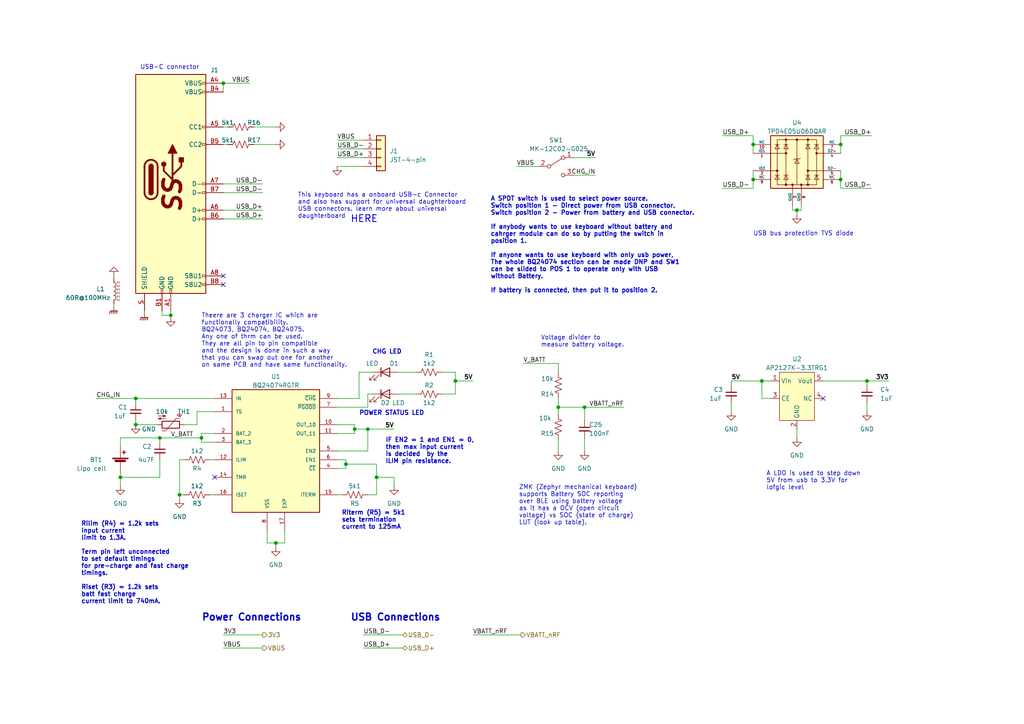
<source format=kicad_sch>
(kicad_sch (version 20230121) (generator eeschema)
  (paper "A4")
  (title_block (title "USB and Power Path ") (date "2023-06-05") (rev "1.0"))
  (lib_symbols
    (symbol "Device:C_Small" (pin_numbers hide) (pin_names (offset 0.254) hide)
      (property "Reference" "C" (at 0.254 1.778 0))
      (property "Value" "C_Small" (at 0.254 -2.032 0))
      (symbol "C_Small_0_1"
        (polyline (pts (xy -1.524 -0.508) (xy 1.524 -0.508)) (stroke (width 0.3302)))
        (polyline (pts (xy -1.524 0.508) (xy 1.524 0.508)) (stroke (width 0.3048)))
      )
      (symbol "C_Small_1_1"
        (pin passive line (at 0 2.54 270) (length 2.032) (name "~") (number "1"))
        (pin passive line (at 0 -2.54 90) (length 2.032) (name "~") (number "2"))
      )
    )
    (symbol "GNDPWR_1" (power) (pin_numbers hide) (pin_names (offset 0) hide)
      (property "Value" "GNDPWR_1" (at 0 -3.302 0))
      (symbol "GNDPWR_1_0_1"
        (polyline (pts (xy 0 -1.27) (xy 0 0)))
        (polyline (pts (xy -1.016 -1.27) (xy -1.27 -2.032) (xy -1.27 -2.032)) (stroke (width 0.2032)))
        (polyline (pts (xy -0.508 -1.27) (xy -0.762 -2.032) (xy -0.762 -2.032)) (stroke (width 0.2032)))
        (polyline (pts (xy 0 -1.27) (xy -0.254 -2.032) (xy -0.254 -2.032)) (stroke (width 0.2032)))
        (polyline (pts (xy 0.508 -1.27) (xy 0.254 -2.032) (xy 0.254 -2.032)) (stroke (width 0.2032)))
        (polyline (pts (xy 1.016 -1.27) (xy -1.016 -1.27) (xy -1.016 -1.27)) (stroke (width 0.2032)))
        (polyline (pts (xy 1.016 -1.27) (xy 0.762 -2.032) (xy 0.762 -2.032) (xy 0.762 -2.032)) (stroke (width 0.2032)))
      )
      (symbol "GNDPWR_1_1_1"
        (pin power_in line (at 0 0 270) (length 0) hide (name "GNDPWR") (number "1"))
      )
    )
    (symbol "GND_1" (power) (pin_numbers hide) (pin_names (offset 0) hide)
      (property "Value" "GND_1" (at 0 -3.81 0))
      (symbol "GND_1_0_1"
        (polyline (pts (xy 0 0) (xy 0 -1.27) (xy 1.27 -1.27) (xy 0 -2.54) (xy -1.27 -1.27) (xy 0 -1.27)))
      )
      (symbol "GND_1_1_1"
        (pin power_in line (at 0 0 270) (length 0) hide (name "GND") (number "1"))
      )
    )
    (symbol "Unified-Daughterboard-rescue:L_Core_Ferrite-Device" (pin_numbers hide) (pin_names (offset 1.016) hide)
      (property "Reference" "L" (at -1.27 0 90))
      (property "Value" "L_Core_Ferrite-Device" (at 2.794 0 90))
      (symbol "L_Core_Ferrite-Device_0_1"
        (arc (start 0 -2.54) (mid 0.6323 -1.905) (end 0 -1.27))
        (arc (start 0 -1.27) (mid 0.6323 -0.635) (end 0 0))
        (polyline (pts (xy 1.016 -2.794) (xy 1.016 -2.286)))
        (polyline (pts (xy 1.016 -1.778) (xy 1.016 -1.27)))
        (polyline (pts (xy 1.016 -0.762) (xy 1.016 -0.254)))
        (polyline (pts (xy 1.016 0.254) (xy 1.016 0.762)))
        (polyline (pts (xy 1.016 1.27) (xy 1.016 1.778)))
        (polyline (pts (xy 1.016 2.286) (xy 1.016 2.794)))
        (polyline (pts (xy 1.524 -2.286) (xy 1.524 -2.794)))
        (polyline (pts (xy 1.524 -1.27) (xy 1.524 -1.778)))
        (polyline (pts (xy 1.524 -0.254) (xy 1.524 -0.762)))
        (polyline (pts (xy 1.524 0.762) (xy 1.524 0.254)))
        (polyline (pts (xy 1.524 1.778) (xy 1.524 1.27)))
        (polyline (pts (xy 1.524 2.794) (xy 1.524 2.286)))
        (arc (start 0 0) (mid 0.6323 0.635) (end 0 1.27))
        (arc (start 0 1.27) (mid 0.6323 1.905) (end 0 2.54))
      )
      (symbol "L_Core_Ferrite-Device_1_1"
        (pin passive line (at 0 3.81 270) (length 1.27) (name "1") (number "1"))
        (pin passive line (at 0 -3.81 90) (length 1.27) (name "2") (number "2"))
      )
    )
    (symbol "Unified-Daughterboard-rescue:TYPE-C-31-M12_13-acheronSymbols" (pin_names (offset 1.016))
      (property "Reference" "J" (at -1.27 35.56 0))
      (property "Value" "TYPE-C-31-M12_13-acheronSymbols" (at 10.16 33.02 0))
      (symbol "TYPE-C-31-M12_13-acheronSymbols_0_0"
        (rectangle (start -0.254 -31.75) (end 0.254 -30.734))
        (rectangle (start 10.16 -28.956) (end 9.144 -29.464))
        (rectangle (start 10.16 -26.416) (end 9.144 -26.924))
        (rectangle (start 10.16 -9.906) (end 9.144 -10.414))
        (rectangle (start 10.16 -7.366) (end 9.144 -7.874))
        (rectangle (start 10.16 -2.286) (end 9.144 -2.794))
        (rectangle (start 10.16 0.254) (end 9.144 -0.254))
        (rectangle (start 10.16 11.684) (end 9.144 11.176))
        (rectangle (start 10.16 16.764) (end 9.144 16.256))
        (rectangle (start 10.16 29.464) (end 9.144 28.956))
        (text "SS" (at 0.508 -3.175 900) (effects (font (size 5.08 5.08) bold italic)))
      )
      (symbol "TYPE-C-31-M12_13-acheronSymbols_0_1"
        (rectangle (start -10.16 31.75) (end 10.16 -31.75) (stroke (width 0.254)) (fill (type background)))
        (arc (start -7.62 -2.54) (mid -5.715 -4.4367) (end -3.81 -2.54) (stroke (width 0.508)))
        (arc (start -6.35 -2.54) (mid -5.715 -3.1723) (end -5.08 -2.54) (stroke (width 0.254)))
        (arc (start -6.35 -2.54) (mid -5.715 -3.1723) (end -5.08 -2.54) (stroke (width 0.254)) (fill (type outline)))
        (rectangle (start -6.35 -2.54) (end -5.08 5.08) (stroke (width 0.254)) (fill (type outline)))
        (arc (start -5.08 5.08) (mid -5.715 5.7123) (end -6.35 5.08) (stroke (width 0.254)))
        (arc (start -5.08 5.08) (mid -5.715 5.7123) (end -6.35 5.08) (stroke (width 0.254)) (fill (type outline)))
        (arc (start -3.81 5.08) (mid -5.715 6.9767) (end -7.62 5.08) (stroke (width 0.508)))
        (circle (center -2.032 5.715) (radius 0.635) (stroke (width 0.254)) (fill (type outline)))
        (polyline (pts (xy -7.62 -2.54) (xy -7.62 5.08)) (stroke (width 0.508)))
        (polyline (pts (xy -3.81 5.08) (xy -3.81 -2.54)) (stroke (width 0.508)))
        (polyline (pts (xy 0.508 0) (xy 0.508 8.89)) (stroke (width 0.508)))
        (polyline (pts (xy 0.508 1.27) (xy -2.032 3.81) (xy -2.032 5.08)) (stroke (width 0.508)))
        (polyline (pts (xy 0.508 2.54) (xy 3.048 5.08) (xy 3.048 6.35)) (stroke (width 0.508)))
        (polyline (pts (xy -0.762 8.89) (xy 0.508 11.43) (xy 1.778 8.89) (xy -0.762 8.89)) (stroke (width 0.254)) (fill (type outline)))
        (rectangle (start 2.413 6.35) (end 3.683 7.62) (stroke (width 0.254)) (fill (type outline)))
      )
      (symbol "TYPE-C-31-M12_13-acheronSymbols_1_1"
        (rectangle (start -2.794 -31.75) (end -2.286 -30.734))
        (rectangle (start 10.16 26.924) (end 9.144 26.416))
        (pin power_out line (at 0 -36.83 90) (length 5.08) (name "GND") (number "A1"))
        (pin power_out line (at 15.24 29.21 180) (length 5.08) (name "VBUS") (number "A4"))
        (pin bidirectional line (at 15.24 16.51 180) (length 5.08) (name "CC1") (number "A5"))
        (pin bidirectional line (at 15.24 -7.62 180) (length 5.08) (name "D+") (number "A6"))
        (pin bidirectional line (at 15.24 0 180) (length 5.08) (name "D-") (number "A7"))
        (pin bidirectional line (at 15.24 -26.67 180) (length 5.08) (name "SBU1") (number "A8"))
        (pin power_out line (at -2.54 -36.83 90) (length 5.08) (name "GND") (number "B1"))
        (pin power_out line (at 15.24 26.67 180) (length 5.08) (name "VBUS") (number "B4"))
        (pin bidirectional line (at 15.24 11.43 180) (length 5.08) (name "CC2") (number "B5"))
        (pin bidirectional line (at 15.24 -10.16 180) (length 5.08) (name "D+") (number "B6"))
        (pin bidirectional line (at 15.24 -2.54 180) (length 5.08) (name "D-") (number "B7"))
        (pin bidirectional line (at 15.24 -29.21 180) (length 5.08) (name "SBU2") (number "B8"))
        (pin passive line (at -7.62 -36.83 90) (length 5.08) (name "SHIELD") (number "S"))
      )
    )
    (symbol "keyboard:AP2125K-3.3TRG1_"
      (property "Reference" "U" (at 12.7 -5.08 0))
      (symbol "AP2125K-3.3TRG1__1_1"
        (rectangle (start -5.08 7.62) (end 5.08 -6.35) (fill (type background)))
        (pin input line (at -7.62 5.08 0) (length 2.54) (name "Vin") (number "1"))
        (pin input line (at 0 -8.89 90) (length 2.54) (name "GND") (number "2"))
        (pin input line (at -7.62 0 0) (length 2.54) (name "CE") (number "3"))
        (pin input line (at 7.62 0 180) (length 2.54) (name "NC") (number "4"))
        (pin input line (at 7.62 5.08 180) (length 2.54) (name "Vout") (number "5"))
      )
    )
    (symbol "keyboard:BQ24074RGTR" (pin_names (offset 1.016))
      (property "Reference" "U1" (at 0 21.59 0))
      (property "Value" "BQ24074RGTR" (at 0 19.05 0))
      (symbol "BQ24074RGTR_0_0"
        (rectangle (start -12.7 -17.78) (end 12.7 17.78) (stroke (width 0.254)) (fill (type background)))
        (pin input line (at -17.78 11.43 0) (length 5.08) (name "TS") (number "1"))
        (pin output line (at 17.78 7.62 180) (length 5.08) (name "OUT_10") (number "10"))
        (pin output line (at 17.78 5.08 180) (length 5.08) (name "OUT_11") (number "11"))
        (pin input line (at -17.78 -2.54 0) (length 5.08) (name "ILIM") (number "12"))
        (pin input line (at -17.78 15.24 0) (length 5.08) (name "IN") (number "13"))
        (pin input line (at -17.78 -7.62 0) (length 5.08) (name "TMR") (number "14"))
        (pin input line (at 17.78 -12.7 180) (length 5.08) (name "ITERM") (number "15"))
        (pin bidirectional line (at -17.78 -12.7 0) (length 5.08) (name "ISET") (number "16"))
        (pin power_in line (at 2.54 -22.86 90) (length 5.08) (name "EXP") (number "17"))
        (pin bidirectional line (at -17.78 5.08 0) (length 5.08) (name "BAT_2") (number "2"))
        (pin bidirectional line (at -17.78 2.54 0) (length 5.08) (name "BAT_3") (number "3"))
        (pin input line (at 17.78 -5.08 180) (length 5.08) (name "~{CE}") (number "4"))
        (pin input line (at 17.78 0 180) (length 5.08) (name "EN2") (number "5"))
        (pin input line (at 17.78 -2.54 180) (length 5.08) (name "EN1") (number "6"))
        (pin output line (at 17.78 12.7 180) (length 5.08) (name "~{PGOOD}") (number "7"))
        (pin power_in line (at -2.54 -22.86 90) (length 5.08) (name "VSS") (number "8"))
        (pin output line (at 17.78 15.24 180) (length 5.08) (name "~{CHG}") (number "9"))
      )
    )
    (symbol "keyboard:Battery_Cell" (pin_numbers hide) (pin_names (offset 0) hide)
      (property "Reference" "BT" (at 2.54 2.54 0))
      (property "Value" "Battery_Cell" (at 2.54 0 0))
      (symbol "Battery_Cell_0_1"
        (rectangle (start -2.286 1.778) (end 2.286 1.524) (fill (type outline)))
        (rectangle (start -1.5748 1.1938) (end 1.4732 0.6858) (fill (type outline)))
        (polyline (pts (xy 0 0.762) (xy 0 0)))
        (polyline (pts (xy 0 1.778) (xy 0 2.54)))
        (polyline (pts (xy 0.508 3.429) (xy 1.524 3.429)) (stroke (width 0.254)))
        (polyline (pts (xy 1.016 3.937) (xy 1.016 2.921)) (stroke (width 0.254)))
      )
      (symbol "Battery_Cell_1_1"
        (pin passive line (at 0 5.08 270) (length 2.54) (name "+") (number "1"))
        (pin passive line (at 0 -2.54 90) (length 2.54) (name "-") (number "2"))
      )
    )
    (symbol "keyboard:C_Small" (pin_numbers hide) (pin_names (offset 0.254) hide)
      (property "Reference" "C" (at 0.254 1.778 0))
      (property "Value" "C_Small" (at 0.254 -2.032 0))
      (symbol "C_Small_0_1"
        (polyline (pts (xy -1.524 -0.508) (xy 1.524 -0.508)) (stroke (width 0.3302)))
        (polyline (pts (xy -1.524 0.508) (xy 1.524 0.508)) (stroke (width 0.3048)))
      )
      (symbol "C_Small_1_1"
        (pin passive line (at 0 2.54 270) (length 2.032) (name "~") (number "1"))
        (pin passive line (at 0 -2.54 90) (length 2.032) (name "~") (number "2"))
      )
    )
    (symbol "keyboard:JST-4-pin" (pin_names (offset 1.016) hide)
      (property "Reference" "J" (at 0 5.08 0))
      (property "Value" "JST-4-pin" (at 0 -7.62 0))
      (symbol "JST-4-pin_1_1"
        (rectangle (start -1.27 -4.953) (end 0 -5.207) (stroke (width 0.1524)))
        (rectangle (start -1.27 -2.413) (end 0 -2.667) (stroke (width 0.1524)))
        (rectangle (start -1.27 0.127) (end 0 -0.127) (stroke (width 0.1524)))
        (rectangle (start -1.27 2.667) (end 0 2.413) (stroke (width 0.1524)))
        (rectangle (start -1.27 3.81) (end 1.27 -6.35) (stroke (width 0.254)) (fill (type background)))
        (pin passive line (at -5.08 2.54 0) (length 3.81) (name "Pin_1") (number "1"))
        (pin passive line (at -5.08 0 0) (length 3.81) (name "Pin_2") (number "2"))
        (pin passive line (at -5.08 -2.54 0) (length 3.81) (name "Pin_3") (number "3"))
        (pin passive line (at -5.08 -5.08 0) (length 3.81) (name "Pin_4") (number "4"))
      )
    )
    (symbol "keyboard:LED" (pin_numbers hide) (pin_names (offset 1.016) hide)
      (property "Reference" "D" (at 0 2.54 0))
      (property "Value" "LED" (at 0 -2.54 0))
      (symbol "LED_0_1"
        (polyline (pts (xy -1.27 -1.27) (xy -1.27 1.27)) (stroke (width 0.254)))
        (polyline (pts (xy -1.27 0) (xy 1.27 0)))
        (polyline (pts (xy 1.27 -1.27) (xy 1.27 1.27) (xy -1.27 0) (xy 1.27 -1.27)) (stroke (width 0.254)))
        (polyline (pts (xy -3.048 -0.762) (xy -4.572 -2.286) (xy -3.81 -2.286) (xy -4.572 -2.286) (xy -4.572 -1.524)))
        (polyline (pts (xy -1.778 -0.762) (xy -3.302 -2.286) (xy -2.54 -2.286) (xy -3.302 -2.286) (xy -3.302 -1.524)))
      )
      (symbol "LED_1_1"
        (pin passive line (at -3.81 0 0) (length 2.54) (name "K") (number "1"))
        (pin passive line (at 3.81 0 180) (length 2.54) (name "A") (number "2"))
      )
    )
    (symbol "keyboard:R_US" (pin_numbers hide) (pin_names (offset 0))
      (property "Reference" "R" (at 0 -2.54 0))
      (property "Value" "R_US" (at 0 2.54 0))
      (symbol "R_US_0_1"
        (polyline (pts (xy -2.286 0) (xy -2.54 0)))
        (polyline (pts (xy 2.286 0) (xy 2.54 0)))
        (polyline (pts (xy -0.762 0) (xy -1.143 -1.016) (xy -1.524 0) (xy -1.905 1.016) (xy -2.286 0)))
        (polyline (pts (xy 0.762 0) (xy 0.381 -1.016) (xy 0 0) (xy -0.381 1.016) (xy -0.762 0)))
        (polyline (pts (xy 2.286 0) (xy 1.905 -1.016) (xy 1.524 0) (xy 1.143 1.016) (xy 0.762 0)))
      )
      (symbol "R_US_1_1"
        (pin passive line (at 3.81 0 180) (length 1.27) (name "~") (number "1"))
        (pin passive line (at -3.81 0 0) (length 1.27) (name "~") (number "2"))
      )
    )
    (symbol "keyboard:SW_SPDT" (pin_names (offset 0) hide)
      (property "Reference" "SW" (at 0 4.318 0))
      (property "Value" "SW_SPDT" (at 0 -5.08 0))
      (symbol "SW_SPDT_0_0"
        (circle (center -2.032 0) (radius 0.508))
        (circle (center 2.032 -2.54) (radius 0.508))
      )
      (symbol "SW_SPDT_0_1"
        (polyline (pts (xy -1.524 0.254) (xy 1.651 2.286)))
        (circle (center 2.032 2.54) (radius 0.508))
      )
      (symbol "SW_SPDT_1_1"
        (pin passive line (at 5.08 2.54 180) (length 2.54) (name "A") (number "1"))
        (pin passive line (at -5.08 0 0) (length 2.54) (name "B") (number "2"))
        (pin passive line (at 5.08 -2.54 180) (length 2.54) (name "C") (number "3"))
      )
    )
    (symbol "keyboard:Thermistor_NTC" (pin_numbers hide) (pin_names (offset 0))
      (property "Reference" "TH" (at -4.445 0 90))
      (property "Value" "Thermistor_NTC" (at 3.175 0 90))
      (symbol "Thermistor_NTC_0_1"
        (arc (start -3.048 2.159) (mid -3.0495 2.3143) (end -3.175 2.413))
        (arc (start -3.048 2.159) (mid -2.9736 1.9794) (end -2.794 1.905))
        (arc (start -3.048 2.794) (mid -2.9736 2.6144) (end -2.794 2.54))
        (arc (start -2.794 1.905) (mid -2.6144 1.9794) (end -2.54 2.159))
        (arc (start -2.794 2.54) (mid -2.4393 2.5587) (end -2.159 2.794))
        (arc (start -2.794 3.048) (mid -2.9736 2.9736) (end -3.048 2.794))
        (arc (start -2.54 2.794) (mid -2.6144 2.9736) (end -2.794 3.048))
        (rectangle (start -1.016 2.54) (end 1.016 -2.54) (stroke (width 0.254)))
        (polyline (pts (xy -2.54 2.159) (xy -2.54 2.794)))
        (polyline (pts (xy -1.778 2.54) (xy -1.778 1.524) (xy 1.778 -1.524) (xy 1.778 -2.54)))
        (polyline (pts (xy -2.54 -3.683) (xy -2.54 -1.397) (xy -2.794 -2.159) (xy -2.286 -2.159) (xy -2.54 -1.397) (xy -2.54 -1.651)) (fill (type outline)))
        (polyline (pts (xy -1.778 -1.397) (xy -1.778 -3.683) (xy -2.032 -2.921) (xy -1.524 -2.921) (xy -1.778 -3.683) (xy -1.778 -3.429)) (fill (type outline)))
      )
      (symbol "Thermistor_NTC_1_1"
        (pin passive line (at 0 3.81 270) (length 1.27) (name "~") (number "1"))
        (pin passive line (at 0 -3.81 90) (length 1.27) (name "~") (number "2"))
      )
    )
    (symbol "keyboard:USB-protection-diode" (pin_names (offset 0))
      (property "Reference" "U4" (at 0 11.8364 0))
      (property "Value" "TPD4E05U06DQAR" (at 0 9.525 0))
      (symbol "USB-protection-diode_0_0"
        (rectangle (start -5.715 6.477) (end 5.715 -6.604))
        (polyline (pts (xy -3.175 -6.604) (xy -3.175 6.477)))
        (polyline (pts (xy 0 6.477) (xy 0 -6.604)))
        (polyline (pts (xy 3.175 6.477) (xy 3.175 -6.604)))
      )
      (symbol "USB-protection-diode_0_1"
        (rectangle (start -7.62 7.62) (end 7.62 -7.62) (stroke (width 0.254)) (fill (type background)))
        (circle (center -5.715 -2.54) (radius 0.2794) (fill (type outline)))
        (circle (center -3.175 -6.604) (radius 0.2794) (fill (type outline)))
        (circle (center -3.175 2.54) (radius 0.2794) (fill (type outline)))
        (circle (center -3.175 6.477) (radius 0.2794) (fill (type outline)))
        (circle (center -1.27 -6.604) (radius 0.2794) (fill (type outline)))
        (polyline (pts (xy -7.747 2.54) (xy -3.175 2.54)))
        (polyline (pts (xy -7.62 -2.54) (xy -5.715 -2.54)))
        (polyline (pts (xy -5.08 -3.81) (xy -6.35 -3.81)))
        (polyline (pts (xy -5.08 5.08) (xy -6.35 5.08)))
        (polyline (pts (xy -2.54 -3.81) (xy -3.81 -3.81)))
        (polyline (pts (xy -2.54 5.08) (xy -3.81 5.08)))
        (polyline (pts (xy -1.27 -6.604) (xy -1.27 -7.62)))
        (polyline (pts (xy -0.635 0.889) (xy -1.016 0.635)))
        (polyline (pts (xy 0.635 0.889) (xy -0.635 0.889)))
        (polyline (pts (xy 0.635 0.889) (xy 1.016 1.143)))
        (polyline (pts (xy 3.81 -3.81) (xy 2.54 -3.81)))
        (polyline (pts (xy 3.81 5.08) (xy 2.54 5.08)))
        (polyline (pts (xy 6.35 -3.81) (xy 5.08 -3.81)))
        (polyline (pts (xy 6.35 5.08) (xy 5.08 5.08)))
        (polyline (pts (xy 7.62 -2.54) (xy 3.175 -2.54)))
        (polyline (pts (xy 7.62 2.54) (xy 5.715 2.54)))
        (polyline (pts (xy -5.08 -5.08) (xy -6.35 -5.08) (xy -5.715 -3.81) (xy -5.08 -5.08)))
        (polyline (pts (xy -5.08 3.81) (xy -6.35 3.81) (xy -5.715 5.08) (xy -5.08 3.81)))
        (polyline (pts (xy -2.54 -5.08) (xy -3.81 -5.08) (xy -3.175 -3.81) (xy -2.54 -5.08)))
        (polyline (pts (xy -2.54 3.81) (xy -3.81 3.81) (xy -3.175 5.08) (xy -2.54 3.81)))
        (polyline (pts (xy 0.635 -0.381) (xy -0.635 -0.381) (xy 0 0.889) (xy 0.635 -0.381)))
        (polyline (pts (xy 3.81 -5.08) (xy 2.54 -5.08) (xy 3.175 -3.81) (xy 3.81 -5.08)))
        (polyline (pts (xy 3.81 3.81) (xy 2.54 3.81) (xy 3.175 5.08) (xy 3.81 3.81)))
        (polyline (pts (xy 6.35 -5.08) (xy 5.08 -5.08) (xy 5.715 -3.81) (xy 6.35 -5.08)))
        (polyline (pts (xy 6.35 3.81) (xy 5.08 3.81) (xy 5.715 5.08) (xy 6.35 3.81)))
        (circle (center 0 6.477) (radius 0.2794) (fill (type outline)))
        (circle (center 3.175 -6.604) (radius 0.2794) (fill (type outline)))
        (circle (center 3.175 -2.54) (radius 0.2794) (fill (type outline)))
        (circle (center 3.175 6.477) (radius 0.2794) (fill (type outline)))
        (circle (center 5.715 2.54) (radius 0.2794) (fill (type outline)))
      )
      (symbol "USB-protection-diode_1_1"
        (polyline (pts (xy 1.27 -6.604) (xy 1.27 -7.62)))
        (circle (center 1.27 -6.604) (radius 0.2794) (fill (type outline)))
        (pin bidirectional line (at -12.7 2.54 0) (length 5.08) (name "IO1") (number "1"))
        (pin bidirectional line (at -12.7 5.08 0) (length 5.08) (name "NC") (number "10"))
        (pin bidirectional line (at -12.7 -2.54 0) (length 5.08) (name "IO2") (number "2"))
        (pin power_in line (at -1.27 -12.7 90) (length 5.08) (name "GND") (number "3"))
        (pin bidirectional line (at 12.7 2.54 180) (length 5.08) (name "D2+") (number "4"))
        (pin bidirectional line (at 12.7 -2.54 180) (length 5.08) (name "D2-") (number "5"))
        (pin bidirectional line (at 12.7 -5.08 180) (length 5.08) (name "NC") (number "6"))
        (pin bidirectional line (at 12.7 5.08 180) (length 5.08) (name "NC") (number "7"))
        (pin power_in line (at 1.27 -12.7 90) (length 5.08) (name "GND") (number "8"))
        (pin bidirectional line (at -12.7 -5.08 0) (length 5.08) (name "NC") (number "9"))
      )
    )
    (symbol "power:GND" (power) (pin_names (offset 0))
      (property "Value" "GND" (at 0 -3.81 0))
      (symbol "GND_0_1"
        (polyline (pts (xy 0 0) (xy 0 -1.27) (xy 1.27 -1.27) (xy 0 -2.54) (xy -1.27 -1.27) (xy 0 -1.27)))
      )
      (symbol "GND_1_1"
        (pin power_in line (at 0 0 270) (length 0) hide (name "GND") (number "1"))
      )
    )
  )
  (junction (at 39.37 115.57))
  (junction (at 100.33 134.62))
  (junction (at 218.44 41.91))
  (junction (at 251.46 110.49))
  (junction (at 102.87 124.46))
  (junction (at 231.14 60.96))
  (junction (at 80.01 157.48))
  (junction (at 46.355 127))
  (junction (at 218.44 52.07))
  (junction (at 49.53 91.44))
  (junction (at 64.77 24.13))
  (junction (at 132.08 110.49))
  (junction (at 220.98 110.49))
  (junction (at 109.22 138.43))
  (junction (at 106.68 124.46))
  (junction (at 39.37 123.19))
  (junction (at 52.07 143.51))
  (junction (at 34.925 138.43))
  (junction (at 243.84 52.07))
  (junction (at 161.925 118.11))
  (junction (at 243.84 41.91))
  (junction (at 58.42 127))
  (junction (at 169.545 118.11))
  (no_connect (at 64.77 80.01))
  (no_connect (at 64.77 82.55))
  (no_connect (at 62.23 138.43))
  (no_connect (at 238.76 115.57))
  (wire (pts (xy 97.79 143.51) (xy 99.06 143.51)))
  (wire (pts (xy 243.84 54.61) (xy 252.73 54.61)))
  (wire (pts (xy 97.79 45.72) (xy 105.41 45.72)))
  (wire (pts (xy 220.98 115.57) (xy 220.98 110.49)))
  (wire (pts (xy 60.96 133.35) (xy 62.23 133.35)))
  (wire (pts (xy 33.02 88.265) (xy 33.02 88.9)))
  (wire (pts (xy 104.14 107.95) (xy 107.95 107.95)))
  (wire (pts (xy 105.41 184.15) (xy 116.84 184.15)))
  (wire (pts (xy 137.16 184.15) (xy 151.13 184.15)))
  (wire (pts (xy 82.55 153.67) (xy 82.55 157.48)))
  (wire (pts (xy 107.95 114.3) (xy 106.68 114.3)))
  (wire (pts (xy 252.73 39.37) (xy 243.84 39.37)))
  (wire (pts (xy 212.09 116.84) (xy 212.09 119.38)))
  (wire (pts (xy 52.07 143.51) (xy 52.07 144.78)))
  (wire (pts (xy 161.925 118.11) (xy 169.545 118.11)))
  (wire (pts (xy 64.77 53.34) (xy 76.2 53.34)))
  (wire (pts (xy 100.33 133.35) (xy 100.33 134.62)))
  (wire (pts (xy 169.545 127) (xy 169.545 130.81)))
  (wire (pts (xy 64.77 41.91) (xy 66.04 41.91)))
  (wire (pts (xy 161.925 118.11) (xy 161.925 120.015)))
  (wire (pts (xy 218.44 41.91) (xy 218.44 44.45)))
  (wire (pts (xy 53.34 143.51) (xy 52.07 143.51)))
  (wire (pts (xy 57.15 119.38) (xy 62.23 119.38)))
  (wire (pts (xy 114.3 138.43) (xy 114.3 140.97)))
  (wire (pts (xy 39.37 115.57) (xy 62.23 115.57)))
  (wire (pts (xy 57.15 123.19) (xy 57.15 119.38)))
  (wire (pts (xy 41.91 90.17) (xy 41.91 90.805)))
  (wire (pts (xy 97.79 133.35) (xy 100.33 133.35)))
  (wire (pts (xy 97.79 40.64) (xy 105.41 40.64)))
  (wire (pts (xy 169.545 118.11) (xy 180.975 118.11)))
  (wire (pts (xy 166.37 50.8) (xy 172.72 50.8)))
  (wire (pts (xy 64.77 187.96) (xy 76.2 187.96)))
  (wire (pts (xy 64.77 24.13) (xy 72.39 24.13)))
  (wire (pts (xy 49.53 90.17) (xy 49.53 91.44)))
  (wire (pts (xy 106.68 124.46) (xy 114.3 124.46)))
  (wire (pts (xy 218.44 49.53) (xy 218.44 52.07)))
  (wire (pts (xy 97.79 130.81) (xy 106.68 130.81)))
  (wire (pts (xy 243.84 39.37) (xy 243.84 41.91)))
  (wire (pts (xy 223.52 110.49) (xy 220.98 110.49)))
  (wire (pts (xy 161.925 115.57) (xy 161.925 118.11)))
  (wire (pts (xy 100.33 134.62) (xy 100.33 135.89)))
  (wire (pts (xy 169.545 118.11) (xy 169.545 121.92)))
  (wire (pts (xy 132.08 107.95) (xy 132.08 110.49)))
  (wire (pts (xy 132.08 110.49) (xy 137.16 110.49)))
  (wire (pts (xy 220.98 110.49) (xy 212.09 110.49)))
  (wire (pts (xy 80.01 157.48) (xy 82.55 157.48)))
  (wire (pts (xy 64.77 36.83) (xy 66.04 36.83)))
  (wire (pts (xy 106.68 118.11) (xy 97.79 118.11)))
  (wire (pts (xy 218.44 39.37) (xy 218.44 41.91)))
  (wire (pts (xy 238.76 110.49) (xy 251.46 110.49)))
  (wire (pts (xy 231.14 60.96) (xy 231.14 62.23)))
  (wire (pts (xy 77.47 157.48) (xy 80.01 157.48)))
  (wire (pts (xy 109.22 138.43) (xy 109.22 143.51)))
  (wire (pts (xy 229.87 60.96) (xy 231.14 60.96)))
  (wire (pts (xy 80.01 157.48) (xy 80.01 158.75)))
  (wire (pts (xy 229.87 59.69) (xy 229.87 60.96)))
  (wire (pts (xy 73.66 41.91) (xy 80.01 41.91)))
  (wire (pts (xy 115.57 107.95) (xy 120.65 107.95)))
  (wire (pts (xy 251.46 110.49) (xy 257.81 110.49)))
  (wire (pts (xy 243.84 52.07) (xy 243.84 54.61)))
  (wire (pts (xy 45.72 123.19) (xy 39.37 123.19)))
  (wire (pts (xy 105.41 187.96) (xy 116.84 187.96)))
  (wire (pts (xy 53.34 123.19) (xy 57.15 123.19)))
  (wire (pts (xy 231.14 124.46) (xy 231.14 127)))
  (wire (pts (xy 64.77 60.96) (xy 76.2 60.96)))
  (wire (pts (xy 151.765 105.41) (xy 161.925 105.41)))
  (wire (pts (xy 102.87 124.46) (xy 102.87 125.73)))
  (wire (pts (xy 58.42 125.73) (xy 58.42 127)))
  (wire (pts (xy 97.79 115.57) (xy 104.14 115.57)))
  (wire (pts (xy 64.77 63.5) (xy 76.2 63.5)))
  (wire (pts (xy 46.99 90.17) (xy 46.99 91.44)))
  (wire (pts (xy 46.355 127) (xy 58.42 127)))
  (wire (pts (xy 49.53 91.44) (xy 49.53 92.075)))
  (wire (pts (xy 161.925 107.95) (xy 161.925 105.41)))
  (wire (pts (xy 231.14 60.96) (xy 232.41 60.96)))
  (wire (pts (xy 223.52 115.57) (xy 220.98 115.57)))
  (wire (pts (xy 104.14 115.57) (xy 104.14 107.95)))
  (wire (pts (xy 166.37 45.72) (xy 172.72 45.72)))
  (wire (pts (xy 64.77 55.88) (xy 76.2 55.88)))
  (wire (pts (xy 243.84 41.91) (xy 243.84 44.45)))
  (wire (pts (xy 132.08 110.49) (xy 132.08 114.3)))
  (wire (pts (xy 251.46 116.84) (xy 251.46 119.38)))
  (wire (pts (xy 102.87 123.19) (xy 102.87 124.46)))
  (wire (pts (xy 62.23 125.73) (xy 58.42 125.73)))
  (wire (pts (xy 115.57 114.3) (xy 120.65 114.3)))
  (wire (pts (xy 97.79 135.89) (xy 100.33 135.89)))
  (wire (pts (xy 64.77 184.15) (xy 76.2 184.15)))
  (wire (pts (xy 34.925 140.97) (xy 34.925 138.43)))
  (wire (pts (xy 77.47 153.67) (xy 77.47 157.48)))
  (wire (pts (xy 106.68 130.81) (xy 106.68 124.46)))
  (wire (pts (xy 128.27 114.3) (xy 132.08 114.3)))
  (wire (pts (xy 58.42 128.27) (xy 62.23 128.27)))
  (wire (pts (xy 39.37 121.92) (xy 39.37 123.19)))
  (wire (pts (xy 52.07 133.35) (xy 52.07 143.51)))
  (wire (pts (xy 149.86 48.26) (xy 156.21 48.26)))
  (wire (pts (xy 34.925 138.43) (xy 46.355 138.43)))
  (wire (pts (xy 27.94 115.57) (xy 39.37 115.57)))
  (wire (pts (xy 49.53 91.44) (xy 46.99 91.44)))
  (wire (pts (xy 251.46 110.49) (xy 251.46 111.76)))
  (wire (pts (xy 39.37 116.84) (xy 39.37 115.57)))
  (wire (pts (xy 109.22 143.51) (xy 106.68 143.51)))
  (wire (pts (xy 34.925 129.54) (xy 34.925 127)))
  (wire (pts (xy 97.79 123.19) (xy 102.87 123.19)))
  (wire (pts (xy 161.925 127.635) (xy 161.925 130.81)))
  (wire (pts (xy 53.34 133.35) (xy 52.07 133.35)))
  (wire (pts (xy 218.44 52.07) (xy 218.44 54.61)))
  (wire (pts (xy 232.41 59.69) (xy 232.41 60.96)))
  (wire (pts (xy 209.55 54.61) (xy 218.44 54.61)))
  (wire (pts (xy 106.68 114.3) (xy 106.68 118.11)))
  (wire (pts (xy 58.42 127) (xy 58.42 128.27)))
  (wire (pts (xy 73.66 36.83) (xy 80.01 36.83)))
  (wire (pts (xy 34.925 137.16) (xy 34.925 138.43)))
  (wire (pts (xy 46.355 133.35) (xy 46.355 138.43)))
  (wire (pts (xy 243.84 49.53) (xy 243.84 52.07)))
  (wire (pts (xy 34.925 127) (xy 46.355 127)))
  (wire (pts (xy 97.79 48.26) (xy 105.41 48.26)))
  (wire (pts (xy 46.355 127) (xy 46.355 128.27)))
  (wire (pts (xy 60.96 143.51) (xy 62.23 143.51)))
  (wire (pts (xy 128.27 107.95) (xy 132.08 107.95)))
  (wire (pts (xy 33.02 80.01) (xy 33.02 80.645)))
  (wire (pts (xy 212.09 110.49) (xy 212.09 111.76)))
  (wire (pts (xy 64.77 24.13) (xy 64.77 26.67)))
  (wire (pts (xy 102.87 124.46) (xy 106.68 124.46)))
  (wire (pts (xy 109.22 138.43) (xy 114.3 138.43)))
  (wire (pts (xy 209.55 39.37) (xy 218.44 39.37)))
  (wire (pts (xy 97.79 43.18) (xy 105.41 43.18)))
  (wire (pts (xy 109.22 134.62) (xy 109.22 138.43)))
  (wire (pts (xy 97.79 125.73) (xy 102.87 125.73)))
  (wire (pts (xy 100.33 134.62) (xy 109.22 134.62)))
  (text "Voltage divider to \nmeasure battery voltage.\n\n" (at 156.845 102.87 0) (effects (font (size 1.27 1.27)) (justify left bottom)))
  (text "Theere are 3 charger IC which are\nfunctionally compatibility.\nBQ24073, BQ24074, BQ24075.\nAny one of thrm can be used.\nThey are all pin to pin compatible \nand the design is done in such a way\nthat you can swap out one for another \non same PCB and have same functionality." (at 58.42 106.68 0) (effects (font (size 1.27 1.27)) (justify left bottom)))
  (text "CHG LED" (at 107.95 102.87 0) (effects (font (size 1.27 1.27) bold) (justify left bottom)))
  (text "A LDO is used to step down \n5V from usb to 3.3V for \nlofgic level\n" (at 222.25 142.24 0) (effects (font (size 1.27 1.27)) (justify left bottom)))
  (text "This keyboard has a onboard USB-c Connector\nand also has support for universal daughterboard\nUSB connectors. learn more about universal\ndaughterboard " (at 86.36 63.5 0) (effects (font (size 1.27 1.27)) (justify left bottom)))
  (text "Riterm (R5) = 5k1 \nsets termination \ncurrent to 125mA" (at 99.06 153.67 0) (effects (font (size 1.27 1.27) bold) (justify left bottom)))
  (text "USB bus protection TVS diode\n" (at 218.44 68.58 0) (effects (font (size 1.27 1.27)) (justify left bottom)))
  (text "USB Connections" (at 101.6 180.34 0) (effects (font (size 2 2) (thickness 0.4) bold) (justify left bottom)))
  (text "HERE" (at 101.6 64.77 0) (effects (font (size 2 2) (thickness 0.254) bold) (justify left bottom)))
  (text "USB-C connector" (at 40.64 20.32 0) (effects (font (size 1.27 1.27)) (justify left bottom)))
  (text "ZMK (Zephyr mechanical keyboard)\nsupports Battery SOC reporting \nover BLE using battery voltage \nas it has a OCV (open circuit\nvoltage) vs SOC (state of charge)\nLUT (look up table).\n" (at 150.495 152.4 0) (effects (font (size 1.27 1.27)) (justify left bottom)))
  (text "Rilim (R4) = 1.2k sets \nInput current \nlimit to 1.3A.\n\nTerm pin left unconnected \nto set default timings \nfor pre-charge and fast charge\ntimings.\n\nRiset (R3) = 1.2k sets \nbatt fast charge \ncurrent limit to 740mA." (at 23.495 175.26 0) (effects (font (size 1.27 1.27) bold) (justify left bottom)))
  (text "A SPDT switch is used to select power source.\nSwitch position 1 - Direct power from USB connector.\nSwitch position 2 - Power from battery and USB connector.\n\nIf anybody wants to use keyboard without battery and\ncahrger module can do so by putting the switch in \nposition 1. \n\nIf anyone wants to use keyboard with only usb power,\nThe whole BQ24074 section can be made DNP and SW1 \ncan be slided to POS 1 to operate only with USB\nwithout Battery.\n\nIf battery is connected, then put it to position 2." (at 142.24 85.09 0) (effects (font (size 1.27 1.27) bold) (justify left bottom)))
  (text "Power Connections" (at 58.42 180.34 0) (effects (font (size 2 2) (thickness 0.4) bold) (justify left bottom)))
  (text "POWER STATUS LED" (at 104.14 120.65 0) (effects (font (size 1.27 1.27) bold) (justify left bottom)))
  (text "IF EN2 = 1 and EN1 = 0,\nthen max input current \nis decided  by the \nILIM pin resistance." (at 111.76 134.62 0) (effects (font (size 1.27 1.27) bold) (justify left bottom)))
  (label "5V" (at 172.72 45.72 180) (effects (font bold)))
  (label "VBATT_nRF" (at 180.975 118.11 180))
  (label "5V" (at 114.3 124.46 180) (effects (font bold)))
  (label "USB_D-" (at 209.55 54.61 0))
  (label "V_BATT" (at 49.53 127 0))
  (label "VBATT_nRF" (at 137.16 184.15 0))
  (label "USB_D+" (at 252.73 39.37 180))
  (label "USB_D-" (at 76.2 53.34 180))
  (label "USB_D-" (at 252.73 54.61 180))
  (label "USB_D+" (at 76.2 60.96 180))
  (label "USB_D-" (at 105.41 184.15 0))
  (label "5V" (at 137.16 110.49 180) (effects (font bold)))
  (label "V_BATT" (at 151.765 105.41 0))
  (label "USB_D+" (at 97.79 45.72 0))
  (label "VBUS" (at 72.39 24.13 180))
  (label "USB_D-" (at 76.2 55.88 180))
  (label "USB_D+" (at 209.55 39.37 0))
  (label "CHG_IN" (at 172.72 50.8 180))
  (label "USB_D+" (at 105.41 187.96 0))
  (label "USB_D+" (at 76.2 63.5 180))
  (label "3V3" (at 64.77 184.15 0))
  (label "VBUS" (at 64.77 187.96 0))
  (label "3V3" (at 257.81 110.49 180) (effects (font bold)))
  (label "USB_D-" (at 97.79 43.18 0))
  (label "5V" (at 212.09 110.49 0) (effects (font bold)))
  (label "VBUS" (at 97.79 40.64 0))
  (label "CHG_IN" (at 27.94 115.57 0))
  (label "VBUS" (at 149.86 48.26 0))
  (hierarchical_label "USB_D+" (shape bidirectional) (at 116.84 187.96 0))
  (hierarchical_label "USB_D-" (shape bidirectional) (at 116.84 184.15 0))
  (hierarchical_label "VBATT_nRF" (shape output) (at 151.13 184.15 0))
  (hierarchical_label "VBUS" (shape output) (at 76.2 187.96 0))
  (hierarchical_label "3V3" (shape output) (at 76.2 184.15 0))
  (symbol (lib_name "GND_1") (lib_id "power:GND") (at 231.14 62.23 0) (unit 1)
    (property "Reference" "#PWR015" (effects hide))
    (property "Value" "GND" (effects hide))
    (instances (project "UDB" (path "" (reference "#PWR015") (unit 1))) (project "Keyboard_60%" (path "" (reference "#PWR033") (unit 1))))
  )
  (symbol (lib_id "keyboard:AP2125K-3.3TRG1_") (at 231.14 115.57 0) (unit 1)
    (property "Reference" "U2" (at 231.14 104.14 0))
    (property "Value" "AP2127K-3.3TRG1" (at 231.14 106.68 0))
    (property "Footprint" "keyboard:SOT-23-5" (effects hide))
    (property "Datasheet" "https://datasheet.lcsc.com/lcsc/2304140030_Diodes-Incorporated-AP2127K-3-3TRG1_C156285.pdf" (effects hide))
    (property "PN" "AP2127K-3.3TRG1" (effects hide))
    (property "LCSC link" "https://www.lcsc.com/product-detail/Linear-Voltage-Regulators-LDO_Diodes-Incorporated-AP2127K-3-3TRG1_C156285.html" (effects hide))
    (property "LCSC Part Number" "C156285" (effects hide))
  )
  (symbol (lib_id "power:GND") (at 212.09 119.38 0) (unit 1)
    (property "Reference" "#PWR08" (effects hide))
    (property "Value" "GND" (at 212.09 124.46 0))
  )
  (symbol (lib_id "keyboard:USB-protection-diode") (at 231.14 46.99 0) (unit 1)
    (property "Reference" "U4" (at 231.14 35.56 0))
    (property "Value" "TPD4E05U06DQAR" (at 231.14 38.1 0))
    (property "Footprint" "keyboard:USON-10" (effects hide))
    (property "Datasheet" "https://datasheet.lcsc.com/lcsc/1811132110_Texas-Instruments-TPD4E05U06DQAR_C138714.pdf" (effects hide))
    (property "PN" "TPD4E05U06DQAR" (effects hide))
    (property "LCSC Part Number" "C138714" (effects hide))
    (property "LCSC link" "https://www.lcsc.com/product-detail/ESD-Protection-Devices_Texas-Instruments-TPD4E05U06DQAR_C138714.html" (effects hide))
  )
  (symbol (lib_id "keyboard:SW_SPDT") (at 161.29 48.26 0) (unit 1)
    (property "Reference" "SW1" (at 161.29 40.64 0))
    (property "Value" "MK-12C02-G025 " (at 162.56 43.18 0))
    (property "Footprint" "keyboard:SPDT" (effects hide))
    (property "Datasheet" "~https://datasheet.lcsc.com/lcsc/2009021103_G-Switch-MK-12C02-G025_C778186.pdf" (effects hide))
    (property "LCSC Part Number" "C778186" (effects hide))
    (property "LCSC link" "https://www.lcsc.com/product-detail/Slide-Switches_G-Switch-MK-12C02-G025_C778186.html" (effects hide))
    (property "PN" "MK-12C02-G025 " (effects hide))
  )
  (symbol (lib_id "power:GND") (at 52.07 144.78 0) (unit 1)
    (property "Reference" "#PWR06" (effects hide))
    (property "Value" "GND" (at 52.07 149.86 0))
  )
  (symbol (lib_id "power:GND") (at 251.46 119.38 0) (unit 1)
    (property "Reference" "#PWR09" (effects hide))
    (property "Value" "GND" (at 251.46 124.46 0))
  )
  (symbol (lib_id "keyboard:LED") (at 111.76 114.3 0) (unit 1)
    (property "Reference" "D2" (at 111.76 116.84 0))
    (property "Value" "LED" (at 115.57 116.84 0))
    (property "Footprint" "keyboard:LED_0603_1608Metric" (effects hide))
    (property "Datasheet" "https://datasheet.lcsc.com/lcsc/1811100911_Orient-ORH-B36G_C193191.pdf" (effects hide))
    (property "PN" "ORH-B36G" (effects hide))
    (property "LCSC link" "https://www.lcsc.com/product-detail/Light-Emitting-Diodes-LED_Orient-ORH-B36G_C193191.html" (effects hide))
    (property "LCSC Part Number" "C193191" (effects hide))
  )
  (symbol (lib_id "keyboard:R_US") (at 69.85 41.91 180) (unit 1)
    (property "Reference" "R17" (at 73.66 40.64 0))
    (property "Value" "5k1" (at 66.04 40.64 0))
    (property "Footprint" "keyboard:R_0402_1005Metric" (effects hide))
    (property "Datasheet" "https://datasheet.lcsc.com/lcsc/2304140030_YAGEO-RC0402FR-075K1L_C105872.pdf" (effects hide))
    (property "PN" "RC0402FR-075K1L " (effects hide))
    (property "LCSC Part Number" "C105872" (effects hide))
    (property "LCSC link" "https://www.lcsc.com/product-detail/Chip-Resistor-Surface-Mount_YAGEO-RC0402FR-075K1L_C105872.html" (effects hide))
  )
  (symbol (lib_id "power:GND") (at 231.14 127 0) (unit 1)
    (property "Reference" "#PWR07" (effects hide))
    (property "Value" "GND" (at 231.14 132.08 0))
  )
  (symbol (lib_name "GND_1") (lib_id "power:GND") (at 33.02 80.01 180) (unit 1)
    (property "Reference" "#PWR016" (effects hide))
    (property "Value" "GND" (effects hide))
    (instances (project "UDB" (path "" (reference "#PWR016") (unit 1))) (project "Keyboard_60%" (path "" (reference "#PWR023") (unit 1))))
  )
  (symbol (lib_id "keyboard:R_US") (at 102.87 143.51 180) (unit 1)
    (property "Reference" "R5" (at 102.87 146.05 0))
    (property "Value" "5k1" (at 102.87 140.97 0))
    (property "Footprint" "keyboard:R_0402_1005Metric" (effects hide))
    (property "Datasheet" "https://datasheet.lcsc.com/lcsc/2304140030_YAGEO-RC0402FR-075K1L_C105872.pdf" (effects hide))
    (property "PN" "RC0402FR-075K1L " (effects hide))
    (property "LCSC Part Number" "C105872" (effects hide))
    (property "LCSC link" "https://www.lcsc.com/product-detail/Chip-Resistor-Surface-Mount_YAGEO-RC0402FR-075K1L_C105872.html" (effects hide))
  )
  (symbol (lib_id "keyboard:Battery_Cell") (at 34.925 134.62 0) (unit 1)
    (property "Reference" "BT1" (at 26.035 133.35 0) (effects (justify left)))
    (property "Value" "Lipo cell" (at 22.225 135.89 0) (effects (justify left)))
    (property "Footprint" "keyboard:JST-2-pin" (effects hide))
    (property "Datasheet" "https://datasheet.lcsc.com/lcsc/1811151533_JST-Sales-America-SM02B-SRSS-TB-LF-SN_C160402.pdf" (effects hide))
    (property "LCSC link" "https://www.lcsc.com/product-detail/Wire-To-Board-Wire-To-Wire-Connector_JST-Sales-America-SM02B-SRSS-TB-LF-SN_C160402.html" (effects hide))
    (property "PN" "SM02B-SRSS-TB(LF)(SN)" (effects hide))
    (property "LCSC Part Number" "C160402" (effects hide))
  )
  (symbol (lib_name "GND_1") (lib_id "power:GND") (at 80.01 36.83 90) (unit 1)
    (property "Reference" "#PWR02" (effects hide))
    (property "Value" "GND" (effects hide))
    (instances (project "UDB" (path "" (reference "#PWR02") (unit 1))) (project "Keyboard_60%" (path "" (reference "#PWR036") (unit 1))))
  )
  (symbol (lib_id "power:GND") (at 161.925 130.81 0) (unit 1)
    (property "Reference" "#PWR020" (effects hide))
    (property "Value" "GND" (at 161.925 135.89 0))
  )
  (symbol (lib_id "power:GND") (at 114.3 140.97 0) (unit 1)
    (property "Reference" "#PWR05" (effects hide))
    (property "Value" "GND" (at 114.3 146.05 0))
  )
  (symbol (lib_id "Device:C_Small") (at 251.46 114.3 0) (unit 1)
    (property "Reference" "C4" (at 255.27 113.03 0) (effects (justify left)))
    (property "Value" "1uF" (at 255.27 115.57 0) (effects (justify left)))
    (property "Footprint" "keyboard:C_0603_1608Metric" (effects hide))
    (property "Datasheet" "https://datasheet.lcsc.com/lcsc/2209191700_Samsung-Electro-Mechanics-CL10A105KO8NNNC_C1592.pdf" (effects hide))
    (property "LCSC link" "https://www.lcsc.com/product-detail/Multilayer-Ceramic-Capacitors-MLCC-SMD-SMT_Samsung-Electro-Mechanics-CL10A105KO8NNNC_C1592.html" (effects hide))
    (property "PN" "CL10A105KO8NNNC" (effects hide))
    (property "LCSC Part Number" "C1592" (effects hide))
  )
  (symbol (lib_id "power:GND") (at 80.01 158.75 0) (unit 1)
    (property "Reference" "#PWR03" (effects hide))
    (property "Value" "GND" (at 80.01 163.83 0))
  )
  (symbol (lib_id "keyboard:R_US") (at 124.46 107.95 0) (unit 1)
    (property "Reference" "R1" (at 124.46 102.87 0))
    (property "Value" "1k2" (at 124.46 105.41 0))
    (property "Footprint" "keyboard:R_0402_1005Metric" (effects hide))
    (property "Datasheet" "https://datasheet.lcsc.com/lcsc/2304140030_YAGEO-RC0402FR-071K2L_C138040.pdf" (effects hide))
    (property "PN" "RC0402FR-071K2L" (effects hide))
    (property "LCSC Part Number" "C138040" (effects hide))
    (property "LCSC link" "https://www.lcsc.com/product-detail/Chip-Resistor-Surface-Mount_YAGEO-RC0402FR-071K2L_C138040.html" (effects hide))
  )
  (symbol (lib_id "keyboard:BQ24074RGTR") (at 80.01 130.81 0) (unit 1)
    (property "Reference" "U1" (at 80.01 109.22 0))
    (property "Value" "BQ24074RGTR" (at 80.01 111.76 0))
    (property "Footprint" "keyboard:QFN-16" (effects hide))
    (property "Datasheet" "https://datasheet.lcsc.com/lcsc/1809192125_Texas-Instruments-BQ24074RGTR_C54313.pdf" (effects hide))
    (property "LCSC link" "https://www.lcsc.com/product-detail/Battery-Management-ICs_Texas-Instruments-BQ24074RGTR_C54313.html" (effects hide))
    (property "PN" "BQ24074RGTR" (effects hide))
    (property "LCSC Part Number" "C54313" (effects hide))
  )
  (symbol (lib_name "GNDPWR_1") (lib_id "power:GNDPWR") (at 33.02 88.9 0) (unit 1)
    (property "Reference" "#PWR017" (effects hide))
    (property "Value" "GNDPWR" (effects hide))
    (instances (project "UDB" (path "" (reference "#PWR017") (unit 1))) (project "Keyboard_60%" (path "" (reference "#PWR032") (unit 1))))
  )
  (symbol (lib_id "Unified-Daughterboard-rescue:L_Core_Ferrite-Device") (at 33.02 84.455 0) (unit 1)
    (property "Reference" "L1" (at 27.94 83.82 0) (effects (justify left)))
    (property "Value" "60R@100MHz" (at 19.05 86.36 0) (effects (justify left)))
    (property "Footprint" "keyboard:L_0603_1608Metric" (effects hide))
    (property "Datasheet" "https://datasheet.lcsc.com/lcsc/1912111437_TDK-MPZ1608S600ATDH5_C307775.pdf" (effects hide))
    (property "PN" "MPZ1608S600ATDH5" (effects hide))
    (property "LCSC Part Number" "C307775" (effects hide))
    (property "LCSC link" "https://www.lcsc.com/product-detail/Ferrite-Beads_TDK-MPZ1608S600ATDH5_C307775.html" (effects hide))
    (instances (project "UDB" (path "" (reference "L1") (unit 1))) (project "Keyboard_60%" (path "" (reference "L2") (unit 1))))
  )
  (symbol (lib_id "power:GND") (at 169.545 130.81 0) (unit 1)
    (property "Reference" "#PWR021" (effects hide))
    (property "Value" "GND" (at 169.545 135.89 0))
  )
  (symbol (lib_id "power:GND") (at 34.925 140.97 0) (unit 1)
    (property "Reference" "#PWR04" (effects hide))
    (property "Value" "GND" (at 34.925 146.05 0))
  )
  (symbol (lib_name "GND_1") (lib_id "power:GND") (at 80.01 41.91 90) (unit 1)
    (property "Reference" "#PWR04" (effects hide))
    (property "Value" "GND" (effects hide))
    (instances (project "UDB" (path "" (reference "#PWR04") (unit 1))) (project "Keyboard_60%" (path "" (reference "#PWR037") (unit 1))))
  )
  (symbol (lib_id "keyboard:R_US") (at 161.925 123.825 270) (unit 1)
    (property "Reference" "R15" (at 158.75 125.73 90))
    (property "Value" "10k" (at 158.115 121.285 90))
    (property "Footprint" "keyboard:R_0402_1005Metric" (effects hide))
    (property "Datasheet" "https://datasheet.lcsc.com/lcsc/2304140030_YAGEO-RC0402FR-0710KL_C60490.pdf" (effects hide))
    (property "PN" "RC0402FR-0710KL" (effects hide))
    (property "LCSC Part Number" "C60490" (effects hide))
    (property "LCSC link" "https://www.lcsc.com/product-detail/Chip-Resistor-Surface-Mount_YAGEO-RC0402FR-0710KL_C60490.html" (effects hide))
    (instances (project "Keyboard_60%" (path "" (reference "R15") (unit 1)) (path "" (reference "R8") (unit 1))))
  )
  (symbol (lib_id "keyboard:Thermistor_NTC") (at 49.53 123.19 270) (unit 1)
    (property "Reference" "TH1" (at 53.34 119.38 90))
    (property "Value" "10k" (at 46.99 119.38 90))
    (property "Footprint" "keyboard:R_0402_1005Metric" (effects hide))
    (property "Datasheet" "https://datasheet.lcsc.com/lcsc/2110081230_Sunlord-SDNT1005X103F3950FTF_C95939.pdf" (effects hide))
    (property "PN" "SDNT1005X103F3950FTF" (effects hide))
    (property "LCSC Part Number" "C95939" (effects hide))
    (property "LCSC link" "https://www.lcsc.com/product-detail/span-style-background-color-ff0-NTC-span-Thermistors_Sunlord-SDNT1005X103F3950FTF_C95939.html" (effects hide))
  )
  (symbol (lib_id "keyboard:R_US") (at 124.46 114.3 0) (unit 1)
    (property "Reference" "R2" (at 124.46 111.76 0))
    (property "Value" "1k2" (at 124.46 116.84 0))
    (property "Footprint" "keyboard:R_0402_1005Metric" (effects hide))
    (property "Datasheet" "https://datasheet.lcsc.com/lcsc/2304140030_YAGEO-RC0402FR-071K2L_C138040.pdf" (effects hide))
    (property "PN" "RC0402FR-071K2L" (effects hide))
    (property "LCSC Part Number" "C138040" (effects hide))
    (property "LCSC link" "https://www.lcsc.com/product-detail/Chip-Resistor-Surface-Mount_YAGEO-RC0402FR-071K2L_C138040.html" (effects hide))
  )
  (symbol (lib_id "Unified-Daughterboard-rescue:TYPE-C-31-M12_13-acheronSymbols") (at 49.53 53.34 0) (unit 1)
    (property "Reference" "J1" (at 62.23 20.32 0))
    (property "Value" "TYPE-C-31-M12_13" (effects hide))
    (property "Footprint" "keyboard:tyye_c_connector" (effects hide))
    (property "Datasheet" "https://datasheet.lcsc.com/lcsc/2205251630_Korean-Hroparts-Elec-TYPE-C-31-M-12_C165948.pdf" (effects hide))
    (property "PN" "TYPE-C-31-M-12" (effects hide))
    (property "LCSC Part Number" "C165948" (effects hide))
    (property "LCSC link" "https://www.lcsc.com/product-detail/USB-Connectors_Korean-Hroparts-Elec-TYPE-C-31-M-12_C165948.html" (effects hide))
    (instances (project "UDB" (path "" (reference "J1") (unit 1))) (project "Keyboard_60%" (path "" (reference "J4") (unit 1))))
  )
  (symbol (lib_id "keyboard:R_US") (at 161.925 111.76 270) (unit 1)
    (property "Reference" "R14" (at 158.75 114.3 90))
    (property "Value" "10k" (at 158.75 109.855 90))
    (property "Footprint" "keyboard:R_0402_1005Metric" (effects hide))
    (property "Datasheet" "https://datasheet.lcsc.com/lcsc/2304140030_YAGEO-RC0402FR-0710KL_C60490.pdf" (effects hide))
    (property "PN" "RC0402FR-0710KL" (effects hide))
    (property "LCSC Part Number" "C60490" (effects hide))
    (property "LCSC link" "https://www.lcsc.com/product-detail/Chip-Resistor-Surface-Mount_YAGEO-RC0402FR-0710KL_C60490.html" (effects hide))
    (instances (project "Keyboard_60%" (path "" (reference "R14") (unit 1)) (path "" (reference "R8") (unit 1))))
  )
  (symbol (lib_id "keyboard:R_US") (at 69.85 36.83 180) (unit 1)
    (property "Reference" "R16" (at 73.66 35.56 0))
    (property "Value" "5k1" (at 66.04 35.56 0))
    (property "Footprint" "keyboard:R_0402_1005Metric" (effects hide))
    (property "Datasheet" "https://datasheet.lcsc.com/lcsc/2304140030_YAGEO-RC0402FR-075K1L_C105872.pdf" (effects hide))
    (property "PN" "RC0402FR-075K1L " (effects hide))
    (property "LCSC Part Number" "C105872" (effects hide))
    (property "LCSC link" "https://www.lcsc.com/product-detail/Chip-Resistor-Surface-Mount_YAGEO-RC0402FR-075K1L_C105872.html" (effects hide))
  )
  (symbol (lib_name "GNDPWR_1") (lib_id "power:GNDPWR") (at 41.91 90.805 0) (unit 1)
    (property "Reference" "#PWR014" (effects hide))
    (property "Value" "GNDPWR" (effects hide))
    (instances (project "UDB" (path "" (reference "#PWR014") (unit 1))) (project "Keyboard_60%" (path "" (reference "#PWR022") (unit 1))))
  )
  (symbol (lib_id "Device:C_Small") (at 39.37 119.38 0) (unit 1)
    (property "Reference" "C1" (at 34.29 118.11 0) (effects (justify left)))
    (property "Value" "1uF" (at 33.02 120.65 0) (effects (justify left)))
    (property "Footprint" "keyboard:C_0603_1608Metric" (effects hide))
    (property "Datasheet" "https://datasheet.lcsc.com/lcsc/2209191700_Samsung-Electro-Mechanics-CL10A105KO8NNNC_C1592.pdf" (effects hide))
    (property "LCSC link" "https://www.lcsc.com/product-detail/Multilayer-Ceramic-Capacitors-MLCC-SMD-SMT_Samsung-Electro-Mechanics-CL10A105KO8NNNC_C1592.html" (effects hide))
    (property "PN" "CL10A105KO8NNNC" (effects hide))
    (property "LCSC Part Number" "C1592" (effects hide))
  )
  (symbol (lib_id "keyboard:R_US") (at 57.15 133.35 180) (unit 1)
    (property "Reference" "R4" (at 57.15 135.89 0))
    (property "Value" "1k2" (at 57.15 130.81 0))
    (property "Footprint" "keyboard:R_0402_1005Metric" (effects hide))
    (property "Datasheet" "https://datasheet.lcsc.com/lcsc/2304140030_YAGEO-RC0402FR-071K2L_C138040.pdf" (effects hide))
    (property "PN" "RC0402FR-071K2L" (effects hide))
    (property "LCSC Part Number" "C138040" (effects hide))
    (property "LCSC link" "https://www.lcsc.com/product-detail/Chip-Resistor-Surface-Mount_YAGEO-RC0402FR-071K2L_C138040.html" (effects hide))
  )
  (symbol (lib_id "keyboard:JST-4-pin") (at 110.49 43.18 0) (unit 1)
    (property "Reference" "J1" (at 113.03 43.815 0) (effects (justify left)))
    (property "Value" "JST-4-pin" (at 113.03 46.355 0) (effects (justify left)))
    (property "Footprint" "keyboard:JST-4-pin" (effects hide))
    (property "Datasheet" "https://datasheet.lcsc.com/lcsc/1811151533_JST-Sales-America-SM04B-SRSS-TB-LF-SN_C160404.pdf" (effects hide))
    (property "LCSC Part Number" "C160404" (effects hide))
    (property "LCSC link" "https://www.lcsc.com/product-detail/Wire-To-Board-Wire-To-Wire-Connector_JST-Sales-America-SM04B-SRSS-TB-LF-SN_C160404.html" (effects hide))
    (property "PN" "SM04B-SRSS-TB(LF)(SN)" (effects hide))
  )
  (symbol (lib_id "keyboard:C_Small") (at 169.545 124.46 0) (unit 1)
    (property "Reference" "C25" (at 170.815 123.19 0) (effects (justify left)))
    (property "Value" "100nF" (at 170.815 125.73 0) (effects (justify left)))
    (property "Footprint" "keyboard:C_0402_1005Metric" (effects hide))
    (property "Datasheet" "https://datasheet.lcsc.com/lcsc/2304140030_Samsung-Electro-Mechanics-CL05B104KO5NNNC_C1525.pdf" (effects hide))
    (property "PN" "CL05B104KO5NNNC" (effects hide))
    (property "LCSC Part Number" "C1525" (effects hide))
    (property "LCSC link" "https://www.lcsc.com/product-detail/Multilayer-Ceramic-Capacitors-MLCC-SMD-SMT_Samsung-Electro-Mechanics-CL05B104KO5NNNC_C1525.html" (effects hide))
    (instances (project "Keyboard_60%" (path "" (reference "C25") (unit 1)) (path "" (reference "C16") (unit 1))))
  )
  (symbol (lib_id "keyboard:LED") (at 111.76 107.95 0) (unit 1)
    (property "Reference" "D1" (at 114.3 105.41 0))
    (property "Value" "LED" (at 107.95 105.41 0))
    (property "Footprint" "keyboard:LED_0603_1608Metric" (effects hide))
    (property "Datasheet" "https://datasheet.lcsc.com/lcsc/2211030000_XINGLIGHT-XL-1608SURC-06_C965799.pdf" (effects hide))
    (property "PN" "XL-1608SURC-06" (effects hide))
    (property "LCSC Part Number" "C965799" (effects hide))
    (property "LCSC link" "https://www.lcsc.com/product-detail/Light-Emitting-Diodes-LED_XINGLIGHT-XL-1608SURC-06_C965799.html" (effects hide))
  )
  (symbol (lib_name "GND_1") (lib_id "power:GND") (at 49.53 92.075 0) (unit 1)
    (property "Reference" "#PWR015" (effects hide))
    (property "Value" "GND" (effects hide))
    (instances (project "UDB" (path "" (reference "#PWR015") (unit 1))) (project "Keyboard_60%" (path "" (reference "#PWR034") (unit 1))))
  )
  (symbol (lib_id "Device:C_Small") (at 46.355 130.81 0) (unit 1)
    (property "Reference" "C2" (at 41.275 129.54 0) (effects (justify left)))
    (property "Value" "4u7F" (at 40.005 133.35 0) (effects (justify left)))
    (property "Footprint" "keyboard:C_0805_2012Metric" (effects hide))
    (property "Datasheet" "https://datasheet.lcsc.com/lcsc/2304140030_Samsung-Electro-Mechanics-CL21A475KAQNNNE_C1779.pdf" (effects hide))
    (property "LCSC link" "https://www.lcsc.com/product-detail/Multilayer-Ceramic-Capacitors-MLCC-SMD-SMT_Samsung-Electro-Mechanics-CL21A475KAQNNNE_C1779.html" (effects hide))
    (property "PN" "CL21A475KAQNNNE" (effects hide))
    (property "LCSC Part Number" "C1779" (effects hide))
  )
  (symbol (lib_name "GND_1") (lib_id "power:GND") (at 97.79 48.26 0) (unit 1)
    (property "Reference" "#PWR015" (effects hide))
    (property "Value" "GND" (effects hide))
    (instances (project "UDB" (path "" (reference "#PWR015") (unit 1))) (project "Keyboard_60%" (path "" (reference "#PWR02") (unit 1))))
  )
  (symbol (lib_id "power:GND") (at 39.37 123.19 0) (unit 1)
    (property "Reference" "#PWR01" (effects hide))
    (property "Value" "GND" (at 43.18 124.46 0))
  )
  (symbol (lib_id "Device:C_Small") (at 212.09 114.3 0) (unit 1)
    (property "Reference" "C3" (at 207.01 113.03 0) (effects (justify left)))
    (property "Value" "1uF" (at 205.74 115.57 0) (effects (justify left)))
    (property "Footprint" "keyboard:C_0603_1608Metric" (effects hide))
    (property "Datasheet" "https://datasheet.lcsc.com/lcsc/2209191700_Samsung-Electro-Mechanics-CL10A105KO8NNNC_C1592.pdf" (effects hide))
    (property "LCSC link" "https://www.lcsc.com/product-detail/Multilayer-Ceramic-Capacitors-MLCC-SMD-SMT_Samsung-Electro-Mechanics-CL10A105KO8NNNC_C1592.html" (effects hide))
    (property "PN" "CL10A105KO8NNNC" (effects hide))
    (property "LCSC Part Number" "C1592" (effects hide))
  )
  (symbol (lib_id "keyboard:R_US") (at 57.15 143.51 180) (unit 1)
    (property "Reference" "R3" (at 57.15 146.05 0))
    (property "Value" "1k2" (at 57.15 140.97 0))
    (property "Footprint" "keyboard:R_0402_1005Metric" (effects hide))
    (property "Datasheet" "https://datasheet.lcsc.com/lcsc/2304140030_YAGEO-RC0402FR-071K2L_C138040.pdf" (effects hide))
    (property "PN" "RC0402FR-071K2L" (effects hide))
    (property "LCSC Part Number" "C138040" (effects hide))
    (property "LCSC link" "https://www.lcsc.com/product-detail/Chip-Resistor-Surface-Mount_YAGEO-RC0402FR-071K2L_C138040.html" (effects hide))
  )
)
</source>
